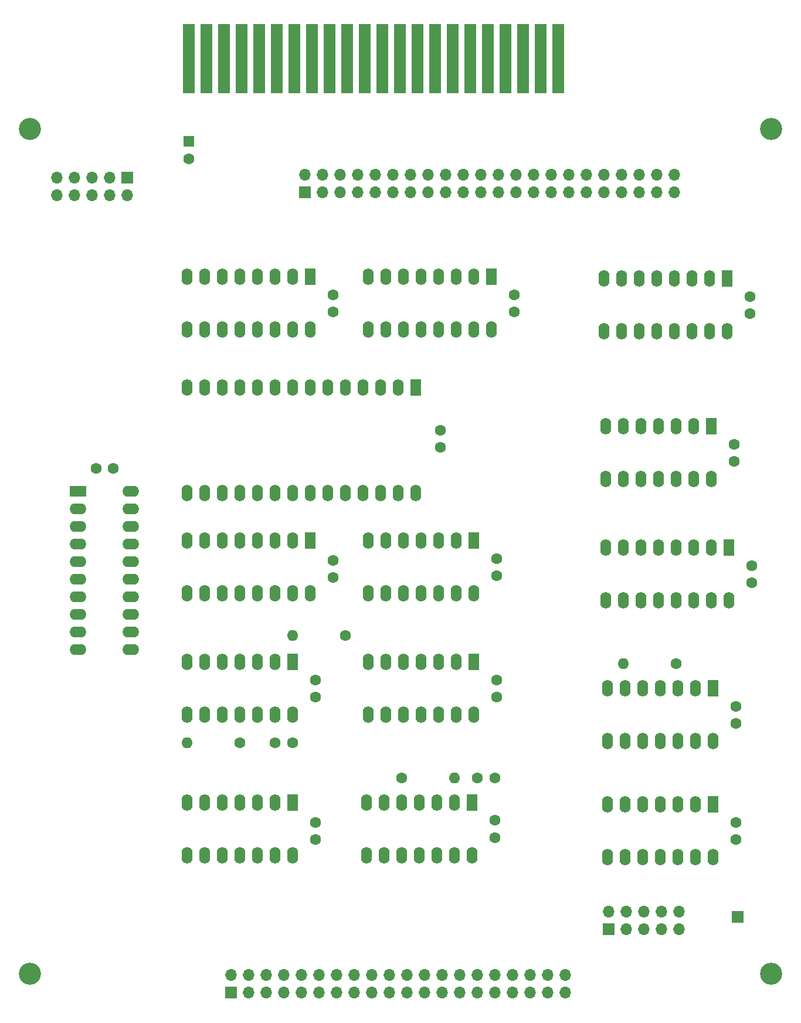
<source format=gts>
G04 #@! TF.GenerationSoftware,KiCad,Pcbnew,(5.1.9)-1*
G04 #@! TF.CreationDate,2025-10-08T16:03:39+09:00*
G04 #@! TF.ProjectId,MZ-80B_GRAM2,4d5a2d38-3042-45f4-9752-414d322e6b69,rev?*
G04 #@! TF.SameCoordinates,PX20a6660PYbcc1c70*
G04 #@! TF.FileFunction,Soldermask,Top*
G04 #@! TF.FilePolarity,Negative*
%FSLAX46Y46*%
G04 Gerber Fmt 4.6, Leading zero omitted, Abs format (unit mm)*
G04 Created by KiCad (PCBNEW (5.1.9)-1) date 2025-10-08 16:03:39*
%MOMM*%
%LPD*%
G01*
G04 APERTURE LIST*
%ADD10C,3.200000*%
%ADD11R,1.780000X10.000000*%
%ADD12C,1.600000*%
%ADD13O,1.700000X1.700000*%
%ADD14R,1.700000X1.700000*%
%ADD15O,1.600000X1.600000*%
%ADD16R,1.600000X2.400000*%
%ADD17O,1.600000X2.400000*%
%ADD18R,2.400000X1.600000*%
%ADD19O,2.400000X1.600000*%
%ADD20R,1.600000X1.600000*%
G04 APERTURE END LIST*
D10*
X4000000Y127000000D03*
X111000000Y127000000D03*
X111000000Y5000000D03*
X4000000Y5000000D03*
D11*
X26940000Y137196000D03*
X29480000Y137196000D03*
X32020000Y137196000D03*
X34560000Y137196000D03*
X37100000Y137196000D03*
X39640000Y137196000D03*
X42180000Y137196000D03*
X44720000Y137196000D03*
X47260000Y137196000D03*
X49800000Y137196000D03*
X52340000Y137196000D03*
X54880000Y137196000D03*
X57420000Y137196000D03*
X59960000Y137196000D03*
X62500000Y137196000D03*
X65040000Y137196000D03*
X67580000Y137196000D03*
X70120000Y137196000D03*
X72660000Y137196000D03*
X75200000Y137196000D03*
X77740000Y137196000D03*
X80280000Y137196000D03*
D12*
X107950000Y102830000D03*
X107950000Y100330000D03*
X105918000Y43648000D03*
X105918000Y41148000D03*
X73914000Y100584000D03*
X73914000Y103084000D03*
X45212000Y47458000D03*
X45212000Y44958000D03*
X13502000Y77978000D03*
X16002000Y77978000D03*
X47752000Y103084000D03*
X47752000Y100584000D03*
X45212000Y24384000D03*
X45212000Y26884000D03*
X105664000Y78994000D03*
X105664000Y81494000D03*
X71120000Y27178000D03*
X71120000Y24678000D03*
X105918000Y24384000D03*
X105918000Y26884000D03*
X108204000Y61468000D03*
X108204000Y63968000D03*
X68580000Y33274000D03*
X71080000Y33274000D03*
X71374000Y64984000D03*
X71374000Y62484000D03*
X39370000Y38354000D03*
X41870000Y38354000D03*
X71374000Y44958000D03*
X71374000Y47458000D03*
X63246000Y83526000D03*
X63246000Y81026000D03*
X47752000Y62230000D03*
X47752000Y64730000D03*
D13*
X97660000Y14040000D03*
X97660000Y11500000D03*
X95120000Y14040000D03*
X95120000Y11500000D03*
X92580000Y14040000D03*
X92580000Y11500000D03*
X90040000Y14040000D03*
X90040000Y11500000D03*
X87500000Y14040000D03*
D14*
X87500000Y11500000D03*
D12*
X49530000Y53848000D03*
D15*
X41910000Y53848000D03*
X26670000Y38354000D03*
D12*
X34290000Y38354000D03*
D15*
X89662000Y49784000D03*
D12*
X97282000Y49784000D03*
X57658000Y33274000D03*
D15*
X65278000Y33274000D03*
D16*
X104648000Y105410000D03*
D17*
X86868000Y97790000D03*
X102108000Y105410000D03*
X89408000Y97790000D03*
X99568000Y105410000D03*
X91948000Y97790000D03*
X97028000Y105410000D03*
X94488000Y97790000D03*
X94488000Y105410000D03*
X97028000Y97790000D03*
X91948000Y105410000D03*
X99568000Y97790000D03*
X89408000Y105410000D03*
X102108000Y97790000D03*
X86868000Y105410000D03*
X104648000Y97790000D03*
X70612000Y98044000D03*
X52832000Y105664000D03*
X68072000Y98044000D03*
X55372000Y105664000D03*
X65532000Y98044000D03*
X57912000Y105664000D03*
X62992000Y98044000D03*
X60452000Y105664000D03*
X60452000Y98044000D03*
X62992000Y105664000D03*
X57912000Y98044000D03*
X65532000Y105664000D03*
X55372000Y98044000D03*
X68072000Y105664000D03*
X52832000Y98044000D03*
D16*
X70612000Y105664000D03*
X44450000Y105664000D03*
D17*
X26670000Y98044000D03*
X41910000Y105664000D03*
X29210000Y98044000D03*
X39370000Y105664000D03*
X31750000Y98044000D03*
X36830000Y105664000D03*
X34290000Y98044000D03*
X34290000Y105664000D03*
X36830000Y98044000D03*
X31750000Y105664000D03*
X39370000Y98044000D03*
X29210000Y105664000D03*
X41910000Y98044000D03*
X26670000Y105664000D03*
X44450000Y98044000D03*
D18*
X10922000Y74676000D03*
D19*
X18542000Y51816000D03*
X10922000Y72136000D03*
X18542000Y54356000D03*
X10922000Y69596000D03*
X18542000Y56896000D03*
X10922000Y67056000D03*
X18542000Y59436000D03*
X10922000Y64516000D03*
X18542000Y61976000D03*
X10922000Y61976000D03*
X18542000Y64516000D03*
X10922000Y59436000D03*
X18542000Y67056000D03*
X10922000Y56896000D03*
X18542000Y69596000D03*
X10922000Y54356000D03*
X18542000Y72136000D03*
X10922000Y51816000D03*
X18542000Y74676000D03*
D17*
X102362000Y76454000D03*
X87122000Y84074000D03*
X99822000Y76454000D03*
X89662000Y84074000D03*
X97282000Y76454000D03*
X92202000Y84074000D03*
X94742000Y76454000D03*
X94742000Y84074000D03*
X92202000Y76454000D03*
X97282000Y84074000D03*
X89662000Y76454000D03*
X99822000Y84074000D03*
X87122000Y76454000D03*
D16*
X102362000Y84074000D03*
X68072000Y67564000D03*
D17*
X52832000Y59944000D03*
X65532000Y67564000D03*
X55372000Y59944000D03*
X62992000Y67564000D03*
X57912000Y59944000D03*
X60452000Y67564000D03*
X60452000Y59944000D03*
X57912000Y67564000D03*
X62992000Y59944000D03*
X55372000Y67564000D03*
X65532000Y59944000D03*
X52832000Y67564000D03*
X68072000Y59944000D03*
D16*
X44450000Y67564000D03*
D17*
X26670000Y59944000D03*
X41910000Y67564000D03*
X29210000Y59944000D03*
X39370000Y67564000D03*
X31750000Y59944000D03*
X36830000Y67564000D03*
X34290000Y59944000D03*
X34290000Y67564000D03*
X36830000Y59944000D03*
X31750000Y67564000D03*
X39370000Y59944000D03*
X29210000Y67564000D03*
X41910000Y59944000D03*
X26670000Y67564000D03*
X44450000Y59944000D03*
X104902000Y58928000D03*
X87122000Y66548000D03*
X102362000Y58928000D03*
X89662000Y66548000D03*
X99822000Y58928000D03*
X92202000Y66548000D03*
X97282000Y58928000D03*
X94742000Y66548000D03*
X94742000Y58928000D03*
X97282000Y66548000D03*
X92202000Y58928000D03*
X99822000Y66548000D03*
X89662000Y58928000D03*
X102362000Y66548000D03*
X87122000Y58928000D03*
D16*
X104902000Y66548000D03*
D17*
X68072000Y42418000D03*
X52832000Y50038000D03*
X65532000Y42418000D03*
X55372000Y50038000D03*
X62992000Y42418000D03*
X57912000Y50038000D03*
X60452000Y42418000D03*
X60452000Y50038000D03*
X57912000Y42418000D03*
X62992000Y50038000D03*
X55372000Y42418000D03*
X65532000Y50038000D03*
X52832000Y42418000D03*
D16*
X68072000Y50038000D03*
X41910000Y50038000D03*
D17*
X26670000Y42418000D03*
X39370000Y50038000D03*
X29210000Y42418000D03*
X36830000Y50038000D03*
X31750000Y42418000D03*
X34290000Y50038000D03*
X34290000Y42418000D03*
X31750000Y50038000D03*
X36830000Y42418000D03*
X29210000Y50038000D03*
X39370000Y42418000D03*
X26670000Y50038000D03*
X41910000Y42418000D03*
X102616000Y38608000D03*
X87376000Y46228000D03*
X100076000Y38608000D03*
X89916000Y46228000D03*
X97536000Y38608000D03*
X92456000Y46228000D03*
X94996000Y38608000D03*
X94996000Y46228000D03*
X92456000Y38608000D03*
X97536000Y46228000D03*
X89916000Y38608000D03*
X100076000Y46228000D03*
X87376000Y38608000D03*
D16*
X102616000Y46228000D03*
D17*
X67818000Y22098000D03*
X52578000Y29718000D03*
X65278000Y22098000D03*
X55118000Y29718000D03*
X62738000Y22098000D03*
X57658000Y29718000D03*
X60198000Y22098000D03*
X60198000Y29718000D03*
X57658000Y22098000D03*
X62738000Y29718000D03*
X55118000Y22098000D03*
X65278000Y29718000D03*
X52578000Y22098000D03*
D16*
X67818000Y29718000D03*
X41910000Y29718000D03*
D17*
X26670000Y22098000D03*
X39370000Y29718000D03*
X29210000Y22098000D03*
X36830000Y29718000D03*
X31750000Y22098000D03*
X34290000Y29718000D03*
X34290000Y22098000D03*
X31750000Y29718000D03*
X36830000Y22098000D03*
X29210000Y29718000D03*
X39370000Y22098000D03*
X26670000Y29718000D03*
X41910000Y22098000D03*
D16*
X102616000Y29464000D03*
D17*
X87376000Y21844000D03*
X100076000Y29464000D03*
X89916000Y21844000D03*
X97536000Y29464000D03*
X92456000Y21844000D03*
X94996000Y29464000D03*
X94996000Y21844000D03*
X92456000Y29464000D03*
X97536000Y21844000D03*
X89916000Y29464000D03*
X100076000Y21844000D03*
X87376000Y29464000D03*
X102616000Y21844000D03*
D16*
X59690000Y89662000D03*
D17*
X26670000Y74422000D03*
X57150000Y89662000D03*
X29210000Y74422000D03*
X54610000Y89662000D03*
X31750000Y74422000D03*
X52070000Y89662000D03*
X34290000Y74422000D03*
X49530000Y89662000D03*
X36830000Y74422000D03*
X46990000Y89662000D03*
X39370000Y74422000D03*
X44450000Y89662000D03*
X41910000Y74422000D03*
X41910000Y89662000D03*
X44450000Y74422000D03*
X39370000Y89662000D03*
X46990000Y74422000D03*
X36830000Y89662000D03*
X49530000Y74422000D03*
X34290000Y89662000D03*
X52070000Y74422000D03*
X31750000Y89662000D03*
X54610000Y74422000D03*
X29210000Y89662000D03*
X57150000Y74422000D03*
X26670000Y89662000D03*
X59690000Y74422000D03*
D14*
X33020000Y2286000D03*
D13*
X33020000Y4826000D03*
X35560000Y2286000D03*
X35560000Y4826000D03*
X38100000Y2286000D03*
X38100000Y4826000D03*
X40640000Y2286000D03*
X40640000Y4826000D03*
X43180000Y2286000D03*
X43180000Y4826000D03*
X45720000Y2286000D03*
X45720000Y4826000D03*
X48260000Y2286000D03*
X48260000Y4826000D03*
X50800000Y2286000D03*
X50800000Y4826000D03*
X53340000Y2286000D03*
X53340000Y4826000D03*
X55880000Y2286000D03*
X55880000Y4826000D03*
X58420000Y2286000D03*
X58420000Y4826000D03*
X60960000Y2286000D03*
X60960000Y4826000D03*
X63500000Y2286000D03*
X63500000Y4826000D03*
X66040000Y2286000D03*
X66040000Y4826000D03*
X68580000Y2286000D03*
X68580000Y4826000D03*
X71120000Y2286000D03*
X71120000Y4826000D03*
X73660000Y2286000D03*
X73660000Y4826000D03*
X76200000Y2286000D03*
X76200000Y4826000D03*
X78740000Y2286000D03*
X78740000Y4826000D03*
X81280000Y2286000D03*
X81280000Y4826000D03*
D14*
X106172000Y13208000D03*
X43688000Y117856000D03*
D13*
X43688000Y120396000D03*
X46228000Y117856000D03*
X46228000Y120396000D03*
X48768000Y117856000D03*
X48768000Y120396000D03*
X51308000Y117856000D03*
X51308000Y120396000D03*
X53848000Y117856000D03*
X53848000Y120396000D03*
X56388000Y117856000D03*
X56388000Y120396000D03*
X58928000Y117856000D03*
X58928000Y120396000D03*
X61468000Y117856000D03*
X61468000Y120396000D03*
X64008000Y117856000D03*
X64008000Y120396000D03*
X66548000Y117856000D03*
X66548000Y120396000D03*
X69088000Y117856000D03*
X69088000Y120396000D03*
X71628000Y117856000D03*
X71628000Y120396000D03*
X74168000Y117856000D03*
X74168000Y120396000D03*
X76708000Y117856000D03*
X76708000Y120396000D03*
X79248000Y117856000D03*
X79248000Y120396000D03*
X81788000Y117856000D03*
X81788000Y120396000D03*
X84328000Y117856000D03*
X84328000Y120396000D03*
X86868000Y117856000D03*
X86868000Y120396000D03*
X89408000Y117856000D03*
X89408000Y120396000D03*
X91948000Y117856000D03*
X91948000Y120396000D03*
X94488000Y117856000D03*
X94488000Y120396000D03*
X97028000Y117856000D03*
X97028000Y120396000D03*
D14*
X18000000Y120000000D03*
D13*
X18000000Y117460000D03*
X15460000Y120000000D03*
X15460000Y117460000D03*
X12920000Y120000000D03*
X12920000Y117460000D03*
X10380000Y120000000D03*
X10380000Y117460000D03*
X7840000Y120000000D03*
X7840000Y117460000D03*
D20*
X26924000Y125222000D03*
D12*
X26924000Y122722000D03*
M02*

</source>
